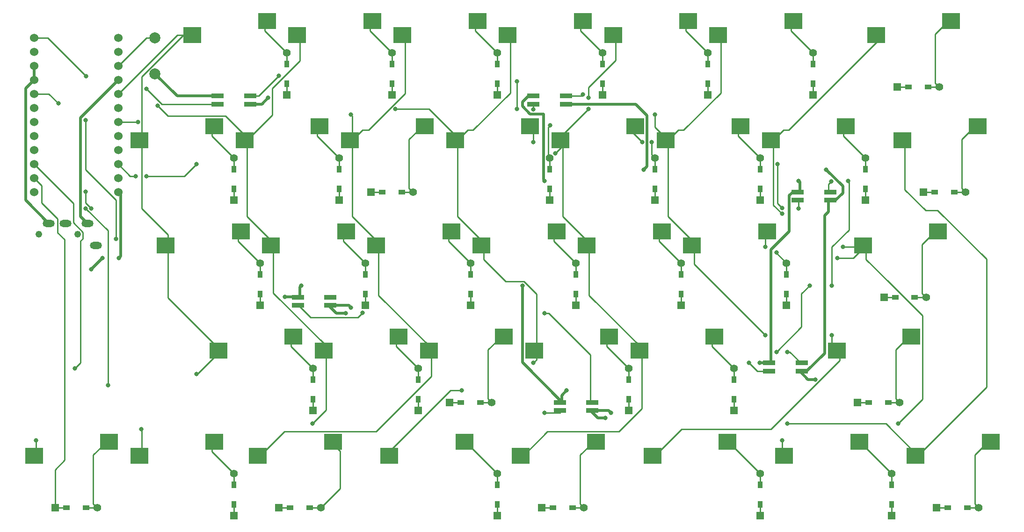
<source format=gbl>
G04 #@! TF.GenerationSoftware,KiCad,Pcbnew,7.0.7*
G04 #@! TF.CreationDate,2023-09-30T18:17:31+09:00*
G04 #@! TF.ProjectId,ind-assemble_R,696e642d-6173-4736-956d-626c655f522e,rev?*
G04 #@! TF.SameCoordinates,Original*
G04 #@! TF.FileFunction,Copper,L2,Bot*
G04 #@! TF.FilePolarity,Positive*
%FSLAX46Y46*%
G04 Gerber Fmt 4.6, Leading zero omitted, Abs format (unit mm)*
G04 Created by KiCad (PCBNEW 7.0.7) date 2023-09-30 18:17:31*
%MOMM*%
%LPD*%
G01*
G04 APERTURE LIST*
G04 #@! TA.AperFunction,ComponentPad*
%ADD10R,1.397000X1.397000*%
G04 #@! TD*
G04 #@! TA.AperFunction,SMDPad,CuDef*
%ADD11R,1.300000X0.950000*%
G04 #@! TD*
G04 #@! TA.AperFunction,ComponentPad*
%ADD12C,1.397000*%
G04 #@! TD*
G04 #@! TA.AperFunction,SMDPad,CuDef*
%ADD13R,3.300000X3.000000*%
G04 #@! TD*
G04 #@! TA.AperFunction,SMDPad,CuDef*
%ADD14R,0.950000X1.300000*%
G04 #@! TD*
G04 #@! TA.AperFunction,SMDPad,CuDef*
%ADD15R,2.200000X0.820000*%
G04 #@! TD*
G04 #@! TA.AperFunction,ComponentPad*
%ADD16C,2.000000*%
G04 #@! TD*
G04 #@! TA.AperFunction,ComponentPad*
%ADD17C,1.524000*%
G04 #@! TD*
G04 #@! TA.AperFunction,WasherPad*
%ADD18C,1.210000*%
G04 #@! TD*
G04 #@! TA.AperFunction,ComponentPad*
%ADD19O,2.200000X1.300000*%
G04 #@! TD*
G04 #@! TA.AperFunction,ViaPad*
%ADD20C,0.800000*%
G04 #@! TD*
G04 #@! TA.AperFunction,Conductor*
%ADD21C,0.250000*%
G04 #@! TD*
G04 #@! TA.AperFunction,Conductor*
%ADD22C,0.500000*%
G04 #@! TD*
G04 APERTURE END LIST*
D10*
X191452500Y-47625000D03*
D11*
X193487500Y-47625000D03*
X197037500Y-47625000D03*
D12*
X199072500Y-47625000D03*
D13*
X101943750Y-38218750D03*
X115543750Y-35678750D03*
X99547500Y-114418750D03*
X113147500Y-111878750D03*
X63858750Y-38218750D03*
X77458750Y-35678750D03*
X140058750Y-38218750D03*
X153658750Y-35678750D03*
D10*
X127158750Y-123825000D03*
D11*
X129193750Y-123825000D03*
X132743750Y-123825000D03*
D12*
X134778750Y-123825000D03*
D10*
X119062500Y-125253750D03*
D14*
X119062500Y-123218750D03*
X119062500Y-119668750D03*
D12*
X119062500Y-117633750D03*
D13*
X92403750Y-57268750D03*
X106003750Y-54728750D03*
D10*
X71437500Y-125253750D03*
D14*
X71437500Y-123218750D03*
X71437500Y-119668750D03*
D12*
X71437500Y-117633750D03*
D10*
X39052500Y-123825000D03*
D11*
X41087500Y-123825000D03*
X44637500Y-123825000D03*
D12*
X46672500Y-123825000D03*
D10*
X166687500Y-125253750D03*
D14*
X166687500Y-123218750D03*
X166687500Y-119668750D03*
D12*
X166687500Y-117633750D03*
D10*
X157162500Y-49053750D03*
D14*
X157162500Y-47018750D03*
X157162500Y-43468750D03*
D12*
X157162500Y-41433750D03*
D10*
X161925000Y-106203750D03*
D14*
X161925000Y-104168750D03*
X161925000Y-100618750D03*
D12*
X161925000Y-98583750D03*
D13*
X154316250Y-76318750D03*
X167916250Y-73778750D03*
D15*
X179381250Y-66675000D03*
X173481250Y-66675000D03*
X173481250Y-68175000D03*
X179381250Y-68175000D03*
D13*
X125741250Y-95368750D03*
X139341250Y-92828750D03*
D10*
X114300000Y-87153750D03*
D14*
X114300000Y-85118750D03*
X114300000Y-81568750D03*
D12*
X114300000Y-79533750D03*
D13*
X135266250Y-76318750D03*
X148866250Y-73778750D03*
D16*
X57150000Y-38743750D03*
X57150000Y-45243750D03*
D13*
X87641250Y-95368750D03*
X101241250Y-92828750D03*
D10*
X76200000Y-87153750D03*
D14*
X76200000Y-85118750D03*
X76200000Y-81568750D03*
D12*
X76200000Y-79533750D03*
D13*
X82893750Y-38218750D03*
X96493750Y-35678750D03*
D17*
X35245000Y-38765000D03*
X35245000Y-41305000D03*
X35245000Y-43845000D03*
X35245000Y-46385000D03*
X35245000Y-48925000D03*
X35245000Y-51465000D03*
X35245000Y-54005000D03*
X35245000Y-56545000D03*
X35245000Y-59085000D03*
X35245000Y-61625000D03*
X35245000Y-64165000D03*
X35245000Y-66705000D03*
X50485000Y-66705000D03*
X50485000Y-64165000D03*
X50485000Y-61625000D03*
X50485000Y-59085000D03*
X50485000Y-56545000D03*
X50485000Y-54005000D03*
X50485000Y-51465000D03*
X50485000Y-48925000D03*
X50485000Y-46385000D03*
X50485000Y-43845000D03*
X50485000Y-41305000D03*
X50485000Y-38765000D03*
D13*
X35253750Y-114418750D03*
X48853750Y-111878750D03*
X59066250Y-76318750D03*
X72666250Y-73778750D03*
D10*
X119062500Y-49053750D03*
D14*
X119062500Y-47018750D03*
X119062500Y-43468750D03*
D12*
X119062500Y-41433750D03*
D10*
X152400000Y-87153750D03*
D14*
X152400000Y-85118750D03*
X152400000Y-81568750D03*
D12*
X152400000Y-79533750D03*
D10*
X176212500Y-49053750D03*
D14*
X176212500Y-47018750D03*
X176212500Y-43468750D03*
D12*
X176212500Y-41433750D03*
D13*
X192416250Y-57268750D03*
X206016250Y-54728750D03*
D10*
X185737500Y-68103750D03*
D14*
X185737500Y-66068750D03*
X185737500Y-62518750D03*
D12*
X185737500Y-60483750D03*
D13*
X194797500Y-114418750D03*
X208397500Y-111878750D03*
D15*
X136300000Y-104775000D03*
X130400000Y-104775000D03*
X130400000Y-106275000D03*
X136300000Y-106275000D03*
D13*
X106691250Y-95368750D03*
X120291250Y-92828750D03*
X97166250Y-76318750D03*
X110766250Y-73778750D03*
D10*
X96202500Y-66675000D03*
D11*
X98237500Y-66675000D03*
X101787500Y-66675000D03*
D12*
X103822500Y-66675000D03*
D10*
X95250000Y-87153750D03*
D14*
X95250000Y-85118750D03*
X95250000Y-81568750D03*
D12*
X95250000Y-79533750D03*
D10*
X85725000Y-106203750D03*
D14*
X85725000Y-104168750D03*
X85725000Y-100618750D03*
D12*
X85725000Y-98583750D03*
D13*
X54303750Y-57268750D03*
X67903750Y-54728750D03*
X111453750Y-57268750D03*
X125053750Y-54728750D03*
D10*
X133350000Y-87153750D03*
D14*
X133350000Y-85118750D03*
X133350000Y-81568750D03*
D12*
X133350000Y-79533750D03*
D13*
X185322500Y-76358750D03*
X198822500Y-73818750D03*
X168603750Y-57268750D03*
X182203750Y-54728750D03*
X187703750Y-38258750D03*
X201203750Y-35718750D03*
X159093750Y-38218750D03*
X172693750Y-35678750D03*
D15*
X131537500Y-49256250D03*
X125637500Y-49256250D03*
X125637500Y-50756250D03*
X131537500Y-50756250D03*
D10*
X184308750Y-104775000D03*
D11*
X186343750Y-104775000D03*
X189893750Y-104775000D03*
D12*
X191928750Y-104775000D03*
D13*
X123360000Y-114418750D03*
X136960000Y-111878750D03*
X120993750Y-38218750D03*
X134593750Y-35678750D03*
X180560000Y-95408750D03*
X194060000Y-92868750D03*
X75735000Y-114418750D03*
X89335000Y-111878750D03*
X73353750Y-57268750D03*
X86953750Y-54728750D03*
D15*
X174181250Y-97631250D03*
X168281250Y-97631250D03*
X168281250Y-99131250D03*
X174181250Y-99131250D03*
D10*
X166687500Y-68103750D03*
D14*
X166687500Y-66068750D03*
X166687500Y-62518750D03*
D12*
X166687500Y-60483750D03*
D10*
X100012500Y-49053750D03*
D14*
X100012500Y-47018750D03*
X100012500Y-43468750D03*
D12*
X100012500Y-41433750D03*
D15*
X88893750Y-85725000D03*
X82993750Y-85725000D03*
X82993750Y-87225000D03*
X88893750Y-87225000D03*
D10*
X71437500Y-68103750D03*
D14*
X71437500Y-66068750D03*
X71437500Y-62518750D03*
D12*
X71437500Y-60483750D03*
D10*
X138112500Y-49053750D03*
D14*
X138112500Y-47018750D03*
X138112500Y-43468750D03*
D12*
X138112500Y-41433750D03*
D13*
X54303750Y-114418750D03*
X67903750Y-111878750D03*
X144791250Y-95368750D03*
X158391250Y-92828750D03*
D10*
X147637500Y-68103750D03*
D14*
X147637500Y-66068750D03*
X147637500Y-62518750D03*
D12*
X147637500Y-60483750D03*
D13*
X116216250Y-76318750D03*
X129816250Y-73778750D03*
D10*
X171450000Y-87153750D03*
D14*
X171450000Y-85118750D03*
X171450000Y-81568750D03*
D12*
X171450000Y-79533750D03*
D10*
X190500000Y-125253750D03*
D14*
X190500000Y-123218750D03*
X190500000Y-119668750D03*
D12*
X190500000Y-117633750D03*
D10*
X104775000Y-106203750D03*
D14*
X104775000Y-104168750D03*
X104775000Y-100618750D03*
D12*
X104775000Y-98583750D03*
D10*
X128587500Y-68103750D03*
D14*
X128587500Y-66068750D03*
X128587500Y-62518750D03*
D12*
X128587500Y-60483750D03*
D10*
X90487500Y-68103750D03*
D14*
X90487500Y-66068750D03*
X90487500Y-62518750D03*
D12*
X90487500Y-60483750D03*
D10*
X142875000Y-106203750D03*
D14*
X142875000Y-104168750D03*
X142875000Y-100618750D03*
D12*
X142875000Y-98583750D03*
D10*
X189071250Y-85725000D03*
D11*
X191106250Y-85725000D03*
X194656250Y-85725000D03*
D12*
X196691250Y-85725000D03*
D13*
X170985000Y-114418750D03*
X184585000Y-111878750D03*
D15*
X74387500Y-49256250D03*
X68487500Y-49256250D03*
X68487500Y-50756250D03*
X74387500Y-50756250D03*
D13*
X68591250Y-95368750D03*
X82191250Y-92828750D03*
D10*
X198596250Y-123825000D03*
D11*
X200631250Y-123825000D03*
X204181250Y-123825000D03*
D12*
X206216250Y-123825000D03*
D13*
X130503750Y-57268750D03*
X144103750Y-54728750D03*
D10*
X110490000Y-104775000D03*
D11*
X112525000Y-104775000D03*
X116075000Y-104775000D03*
D12*
X118110000Y-104775000D03*
D13*
X149553750Y-57268750D03*
X163153750Y-54728750D03*
X147172500Y-114418750D03*
X160772500Y-111878750D03*
D10*
X80962500Y-49053750D03*
D14*
X80962500Y-47018750D03*
X80962500Y-43468750D03*
D12*
X80962500Y-41433750D03*
D10*
X196215000Y-66675000D03*
D11*
X198250000Y-66675000D03*
X201800000Y-66675000D03*
D12*
X203835000Y-66675000D03*
D13*
X78116250Y-76318750D03*
X91716250Y-73778750D03*
D10*
X79533750Y-123825000D03*
D11*
X81568750Y-123825000D03*
X85118750Y-123825000D03*
D12*
X87153750Y-123825000D03*
D18*
X43125000Y-74345000D03*
X36125000Y-74345000D03*
D19*
X46425000Y-76345000D03*
X37925000Y-72345000D03*
X40925000Y-72345000D03*
X44925000Y-72345000D03*
D20*
X170625000Y-70625000D03*
X191625000Y-108625000D03*
X170625000Y-111625000D03*
X180625000Y-78625000D03*
X181625000Y-76625000D03*
X147625000Y-52625000D03*
X53625000Y-63802500D03*
X64625000Y-61625000D03*
X167625000Y-92625000D03*
X179625000Y-92625000D03*
X55625000Y-63802500D03*
X64625000Y-99625000D03*
X35625000Y-111625000D03*
X54625000Y-109625000D03*
X85625000Y-108625000D03*
X57611101Y-51007198D03*
X92625000Y-52625000D03*
X54027299Y-54027299D03*
X125625000Y-97625000D03*
X112625000Y-102625000D03*
X100637299Y-51637299D03*
X135625000Y-51625000D03*
X135625000Y-49625000D03*
X129625000Y-59625000D03*
X167625000Y-76625000D03*
X169625000Y-77625000D03*
X145354250Y-57625000D03*
X147053250Y-57625000D03*
X125625000Y-57625000D03*
X128625000Y-54625000D03*
X171625000Y-108625000D03*
X48625000Y-101625000D03*
X44612701Y-69637299D03*
X77625000Y-49625000D03*
X91625000Y-88625000D03*
X178625000Y-62625000D03*
X138625000Y-107625000D03*
X139625000Y-106625000D03*
X145625000Y-62625000D03*
X176625000Y-100625000D03*
X92625000Y-87625000D03*
X50112700Y-75137300D03*
X44625000Y-53625000D03*
X39637299Y-50637299D03*
X45625000Y-80625000D03*
X80625000Y-85625000D03*
X123625000Y-83625000D03*
X83625000Y-83625000D03*
X131625000Y-102625000D03*
X50625000Y-78625000D03*
X127625000Y-64625000D03*
X47625000Y-78625000D03*
X166625000Y-97625000D03*
X173625000Y-64625000D03*
X55625000Y-47996499D03*
X44637299Y-45656500D03*
X44625000Y-66625000D03*
X45625000Y-69625000D03*
X42625000Y-98625000D03*
X169625000Y-95625000D03*
X182625000Y-64625000D03*
X175625000Y-83625000D03*
X164625000Y-97625000D03*
X179524312Y-64725688D03*
X179625000Y-83625000D03*
X134625000Y-49005750D03*
X169778250Y-61625000D03*
X170637299Y-69612701D03*
X173625000Y-69625000D03*
X171625000Y-95625000D03*
X127625000Y-106625000D03*
X127625000Y-88625000D03*
X94725688Y-88524312D03*
X122625000Y-46625000D03*
X122625000Y-51625000D03*
X125625000Y-51711803D03*
X79590826Y-45590826D03*
D21*
X198374000Y-38048500D02*
X200703750Y-35718750D01*
X199072500Y-47625000D02*
X198374000Y-46926500D01*
X198374000Y-46926500D02*
X198374000Y-38048500D01*
X199072500Y-47625000D02*
X197037500Y-47625000D01*
X190161250Y-83161250D02*
X196035000Y-89035000D01*
X185822500Y-76358750D02*
X185822500Y-78881872D01*
X170888750Y-55433750D02*
X169053750Y-57268750D01*
X170625000Y-113608750D02*
X171435000Y-114418750D01*
X190101878Y-83161250D02*
X190161250Y-83161250D01*
X196035000Y-104215000D02*
X191625000Y-108625000D01*
X169053750Y-57268750D02*
X169053750Y-69053750D01*
X171879500Y-55433750D02*
X170888750Y-55433750D01*
X183556250Y-78625000D02*
X180625000Y-78625000D01*
X185822500Y-76358750D02*
X183556250Y-78625000D01*
X188203750Y-38258750D02*
X188203750Y-39109500D01*
X185822500Y-78881872D02*
X190101878Y-83161250D01*
X169053750Y-69053750D02*
X170625000Y-70625000D01*
X188203750Y-39109500D02*
X171879500Y-55433750D01*
X181625000Y-76625000D02*
X185556250Y-76625000D01*
X185556250Y-76625000D02*
X185822500Y-76358750D01*
X196035000Y-89035000D02*
X196035000Y-104215000D01*
X170625000Y-111625000D02*
X170625000Y-113608750D01*
X64625000Y-61625000D02*
X62447500Y-63802500D01*
X62447500Y-63802500D02*
X55625000Y-63802500D01*
X154766250Y-76318750D02*
X154766250Y-79766250D01*
X181060000Y-95408750D02*
X181060000Y-97215305D01*
X168650305Y-109625000D02*
X152416250Y-109625000D01*
X159543750Y-48719500D02*
X152829500Y-55433750D01*
X150003750Y-71116250D02*
X154766250Y-75878750D01*
X181060000Y-97215305D02*
X168650305Y-109625000D01*
X151838750Y-55433750D02*
X150003750Y-57268750D01*
X53625000Y-63802500D02*
X52662500Y-63802500D01*
X150003750Y-57268750D02*
X150003750Y-71116250D01*
X154766250Y-75878750D02*
X154766250Y-76318750D01*
X52662500Y-63802500D02*
X50485000Y-61625000D01*
X152829500Y-55433750D02*
X151838750Y-55433750D01*
X179625000Y-92625000D02*
X179625000Y-93973750D01*
X159543750Y-38218750D02*
X159543750Y-48719500D01*
X154766250Y-79766250D02*
X167625000Y-92625000D01*
X152416250Y-109625000D02*
X147622500Y-114418750D01*
X150003750Y-57268750D02*
X147625000Y-54890000D01*
X179625000Y-93973750D02*
X181060000Y-95408750D01*
X147625000Y-54890000D02*
X147625000Y-52625000D01*
X191928750Y-104775000D02*
X191230250Y-104076500D01*
X189893750Y-104775000D02*
X191928750Y-104775000D01*
X191230250Y-95198500D02*
X193560000Y-92868750D01*
X191230250Y-104076500D02*
X191230250Y-95198500D01*
X196691250Y-85725000D02*
X195992750Y-85026500D01*
X194656250Y-85725000D02*
X196691250Y-85725000D01*
X195992750Y-85026500D02*
X195992750Y-76148500D01*
X195992750Y-76148500D02*
X198322500Y-73818750D01*
X35625000Y-111625000D02*
X35625000Y-114340000D01*
X64785000Y-99625000D02*
X64625000Y-99625000D01*
X59516250Y-74430285D02*
X59516250Y-76318750D01*
X54753750Y-45766167D02*
X54753750Y-57268750D01*
X59516250Y-76318750D02*
X59516250Y-85843750D01*
X35625000Y-114340000D02*
X35703750Y-114418750D01*
X54753750Y-69667785D02*
X59516250Y-74430285D01*
X64308750Y-38218750D02*
X62301167Y-38218750D01*
X59516250Y-85843750D02*
X69041250Y-95368750D01*
X62301167Y-38218750D02*
X54753750Y-45766167D01*
X69041250Y-95368750D02*
X64785000Y-99625000D01*
X61191250Y-38218750D02*
X50485000Y-48925000D01*
X64308750Y-38218750D02*
X61191250Y-38218750D01*
X54753750Y-57268750D02*
X54753750Y-69667785D01*
X80962500Y-41433750D02*
X77008750Y-37480000D01*
X77008750Y-37480000D02*
X77008750Y-35678750D01*
X80962500Y-43468750D02*
X80962500Y-41433750D01*
X54625000Y-109625000D02*
X54753750Y-109753750D01*
X57611101Y-51007198D02*
X59497653Y-52893750D01*
X78566250Y-75878750D02*
X78566250Y-76318750D01*
X54753750Y-109753750D02*
X54753750Y-114418750D01*
X69893750Y-52893750D02*
X73803750Y-56803750D01*
X78566250Y-84957500D02*
X88091250Y-94482500D01*
X73803750Y-71116250D02*
X78566250Y-75878750D01*
X73803750Y-56803750D02*
X73803750Y-57268750D01*
X83343750Y-42862500D02*
X78350000Y-47856250D01*
X78566250Y-76318750D02*
X78566250Y-84957500D01*
X83343750Y-38218750D02*
X83343750Y-42862500D01*
X78350000Y-47856250D02*
X78350000Y-52722500D01*
X73803750Y-57268750D02*
X73803750Y-71116250D01*
X88091250Y-94482500D02*
X88091250Y-95368750D01*
X88091250Y-106158750D02*
X85625000Y-108625000D01*
X59497653Y-52893750D02*
X69893750Y-52893750D01*
X88091250Y-95368750D02*
X88091250Y-106158750D01*
X78350000Y-52722500D02*
X73803750Y-57268750D01*
X91266250Y-75550000D02*
X91266250Y-73778750D01*
X95250000Y-79533750D02*
X91266250Y-75550000D01*
X95250000Y-81568750D02*
X95250000Y-79533750D01*
X96043750Y-37465000D02*
X96043750Y-35678750D01*
X100012500Y-41433750D02*
X96043750Y-37465000D01*
X100012500Y-43468750D02*
X100012500Y-41433750D01*
X97616250Y-85403750D02*
X107141250Y-94928750D01*
X97616250Y-76318750D02*
X97616250Y-85403750D01*
X94688750Y-55433750D02*
X92853750Y-57268750D01*
X102393750Y-48856250D02*
X95816250Y-55433750D01*
X54027299Y-54027299D02*
X54005000Y-54005000D01*
X92853750Y-57268750D02*
X92853750Y-71116250D01*
X92853750Y-52853750D02*
X92625000Y-52625000D01*
X107141250Y-94928750D02*
X107141250Y-95368750D01*
X107141250Y-95368750D02*
X107141250Y-100027500D01*
X92853750Y-57268750D02*
X92853750Y-52853750D01*
X97616250Y-75878750D02*
X97616250Y-76318750D01*
X97125000Y-110043750D02*
X80560000Y-110043750D01*
X54005000Y-54005000D02*
X50485000Y-54005000D01*
X92853750Y-71116250D02*
X97616250Y-75878750D01*
X95816250Y-55433750D02*
X94688750Y-55433750D01*
X102393750Y-38218750D02*
X102393750Y-48856250D01*
X107141250Y-100027500D02*
X97125000Y-110043750D01*
X80560000Y-110043750D02*
X76185000Y-114418750D01*
X119062500Y-41433750D02*
X119062500Y-43468750D01*
X115093750Y-37465000D02*
X119062500Y-41433750D01*
X115093750Y-35678750D02*
X115093750Y-37465000D01*
X111903750Y-57268750D02*
X111903750Y-71116250D01*
X114729500Y-55433750D02*
X113738750Y-55433750D01*
X106712299Y-51637299D02*
X100637299Y-51637299D01*
X113738750Y-55433750D02*
X111903750Y-57268750D01*
X111903750Y-71116250D02*
X116666250Y-75878750D01*
X123925305Y-82900000D02*
X126191250Y-85165945D01*
X120642956Y-82900000D02*
X123925305Y-82900000D01*
X99997500Y-113220500D02*
X99997500Y-114418750D01*
X111903750Y-57268750D02*
X111903750Y-56828750D01*
X116666250Y-78923294D02*
X120642956Y-82900000D01*
X116666250Y-76318750D02*
X116666250Y-78923294D01*
X116666250Y-75878750D02*
X116666250Y-76318750D01*
X112625000Y-102625000D02*
X110593000Y-102625000D01*
X126191250Y-97058750D02*
X125625000Y-97625000D01*
X110593000Y-102625000D02*
X99997500Y-113220500D01*
X121443750Y-48719500D02*
X114729500Y-55433750D01*
X126191250Y-85165945D02*
X126191250Y-95368750D01*
X111903750Y-56828750D02*
X106712299Y-51637299D01*
X126191250Y-95368750D02*
X126191250Y-97058750D01*
X121443750Y-38218750D02*
X121443750Y-48719500D01*
X138112500Y-43468750D02*
X138112500Y-41433750D01*
X138112500Y-41433750D02*
X134143750Y-37465000D01*
X134143750Y-37465000D02*
X134143750Y-35678750D01*
X71437500Y-117633750D02*
X67453750Y-113650000D01*
X67453750Y-113650000D02*
X67453750Y-111878750D01*
X71437500Y-119668750D02*
X71437500Y-117633750D01*
X45974000Y-123126500D02*
X45974000Y-114308500D01*
X45974000Y-114308500D02*
X48403750Y-111878750D01*
X46672500Y-123825000D02*
X45974000Y-123126500D01*
X44637500Y-123825000D02*
X46672500Y-123825000D01*
X140508750Y-42847500D02*
X135625000Y-47731250D01*
X145241250Y-105884500D02*
X141082000Y-110043750D01*
X141082000Y-110043750D02*
X128185000Y-110043750D01*
X145241250Y-95368750D02*
X145241250Y-105884500D01*
X130953750Y-56296250D02*
X130953750Y-57268750D01*
X135716250Y-75878750D02*
X135716250Y-76318750D01*
X140508750Y-38218750D02*
X140508750Y-42847500D01*
X135716250Y-76318750D02*
X135716250Y-85403750D01*
X135716250Y-85403750D02*
X145241250Y-94928750D01*
X130953750Y-71116250D02*
X135716250Y-75878750D01*
X130953750Y-57268750D02*
X130953750Y-58296250D01*
X135625000Y-47731250D02*
X135625000Y-49625000D01*
X130953750Y-58296250D02*
X129625000Y-59625000D01*
X135625000Y-51625000D02*
X130953750Y-56296250D01*
X130953750Y-57268750D02*
X130953750Y-71116250D01*
X128185000Y-110043750D02*
X123810000Y-114418750D01*
X145241250Y-94928750D02*
X145241250Y-95368750D01*
X153208750Y-37480000D02*
X153208750Y-35678750D01*
X157162500Y-43468750D02*
X157162500Y-41433750D01*
X157162500Y-41433750D02*
X153208750Y-37480000D01*
X161925000Y-98583750D02*
X161925000Y-100618750D01*
X157941250Y-94600000D02*
X157941250Y-92828750D01*
X161925000Y-98583750D02*
X157941250Y-94600000D01*
X142875000Y-100618750D02*
X142875000Y-98583750D01*
X138891250Y-94600000D02*
X138891250Y-92828750D01*
X142875000Y-98583750D02*
X138891250Y-94600000D01*
X117411500Y-104076500D02*
X117411500Y-95258500D01*
X116075000Y-104775000D02*
X118110000Y-104775000D01*
X118110000Y-104775000D02*
X117411500Y-104076500D01*
X117411500Y-95258500D02*
X119841250Y-92828750D01*
X100791250Y-94600000D02*
X100791250Y-92828750D01*
X104775000Y-98583750D02*
X100791250Y-94600000D01*
X104775000Y-100618750D02*
X104775000Y-98583750D01*
X81741250Y-94600000D02*
X81741250Y-92828750D01*
X85725000Y-98583750D02*
X85725000Y-100618750D01*
X85725000Y-98583750D02*
X81741250Y-94600000D01*
X176212500Y-43468750D02*
X176212500Y-41433750D01*
X176212500Y-41433750D02*
X172243750Y-37465000D01*
X172243750Y-37465000D02*
X172243750Y-35678750D01*
X171450000Y-79533750D02*
X169625000Y-77708750D01*
X167625000Y-76625000D02*
X167625000Y-73937500D01*
X167625000Y-73937500D02*
X167466250Y-73778750D01*
X171450000Y-79533750D02*
X171450000Y-81568750D01*
X169625000Y-77708750D02*
X169625000Y-77625000D01*
X152400000Y-79533750D02*
X148416250Y-75550000D01*
X148416250Y-75550000D02*
X148416250Y-73778750D01*
X152400000Y-81568750D02*
X152400000Y-79533750D01*
X129366250Y-75550000D02*
X129366250Y-73778750D01*
X133350000Y-81568750D02*
X133350000Y-79533750D01*
X133350000Y-79533750D02*
X129366250Y-75550000D01*
X110316250Y-75550000D02*
X110316250Y-73778750D01*
X114300000Y-79533750D02*
X114300000Y-81568750D01*
X114300000Y-79533750D02*
X110316250Y-75550000D01*
X67453750Y-56500000D02*
X67453750Y-54728750D01*
X71437500Y-60483750D02*
X71437500Y-62518750D01*
X71437500Y-60483750D02*
X67453750Y-56500000D01*
X76200000Y-79533750D02*
X72216250Y-75550000D01*
X72216250Y-75550000D02*
X72216250Y-73778750D01*
X76200000Y-79533750D02*
X76200000Y-81568750D01*
X185737500Y-62518750D02*
X185737500Y-60483750D01*
X185737500Y-60483750D02*
X181753750Y-56500000D01*
X181753750Y-56500000D02*
X181753750Y-54728750D01*
X166687500Y-62518750D02*
X166687500Y-60483750D01*
X162703750Y-56500000D02*
X162703750Y-54728750D01*
X166687500Y-60483750D02*
X162703750Y-56500000D01*
X143653750Y-55924500D02*
X143653750Y-54728750D01*
X147053250Y-59899500D02*
X147053250Y-57625000D01*
X147637500Y-60483750D02*
X147637500Y-62518750D01*
X145354250Y-57625000D02*
X143653750Y-55924500D01*
X147637500Y-60483750D02*
X147053250Y-59899500D01*
X128346154Y-54903846D02*
X128625000Y-54625000D01*
X128587500Y-62518750D02*
X128587500Y-60483750D01*
X125625000Y-57625000D02*
X125625000Y-55750000D01*
X128587500Y-60483750D02*
X128346154Y-60242404D01*
X125625000Y-55750000D02*
X124603750Y-54728750D01*
X128346154Y-60242404D02*
X128346154Y-54903846D01*
X103124000Y-65976500D02*
X103124000Y-57158500D01*
X103822500Y-66675000D02*
X101787500Y-66675000D01*
X103822500Y-66675000D02*
X103124000Y-65976500D01*
X103124000Y-57158500D02*
X105553750Y-54728750D01*
X90487500Y-62518750D02*
X90487500Y-60483750D01*
X90487500Y-60483750D02*
X86503750Y-56500000D01*
X86503750Y-56500000D02*
X86503750Y-54728750D01*
X203835000Y-66675000D02*
X201800000Y-66675000D01*
X203835000Y-66675000D02*
X203136500Y-65976500D01*
X203136500Y-57158500D02*
X205566250Y-54728750D01*
X203136500Y-65976500D02*
X203136500Y-57158500D01*
X48625000Y-101625000D02*
X48625000Y-73649598D01*
X189453750Y-108625000D02*
X171625000Y-108625000D01*
X192866250Y-57268750D02*
X192866250Y-66235000D01*
X48625000Y-73649598D02*
X44612701Y-69637299D01*
X207625000Y-78821250D02*
X207625000Y-102041250D01*
X196630000Y-69998750D02*
X198802500Y-69998750D01*
X192866250Y-66235000D02*
X196630000Y-69998750D01*
X207625000Y-102041250D02*
X195247500Y-114418750D01*
X198802500Y-69998750D02*
X207625000Y-78821250D01*
X195247500Y-114418750D02*
X189453750Y-108625000D01*
X166687500Y-117633750D02*
X160932500Y-111878750D01*
X160932500Y-111878750D02*
X160322500Y-111878750D01*
X166687500Y-117633750D02*
X166687500Y-119668750D01*
X190500000Y-117633750D02*
X184745000Y-111878750D01*
X190500000Y-119668750D02*
X190500000Y-117633750D01*
X184745000Y-111878750D02*
X184135000Y-111878750D01*
X204181250Y-123825000D02*
X206216250Y-123825000D01*
X205517750Y-123126500D02*
X205517750Y-114308500D01*
X205517750Y-114308500D02*
X207947500Y-111878750D01*
X206216250Y-123825000D02*
X205517750Y-123126500D01*
X85118750Y-123825000D02*
X87153750Y-123825000D01*
X87153750Y-123825000D02*
X90625000Y-120353750D01*
X90625000Y-113618750D02*
X88885000Y-111878750D01*
X90625000Y-120353750D02*
X90625000Y-113618750D01*
X113307500Y-111878750D02*
X112697500Y-111878750D01*
X119062500Y-119668750D02*
X119062500Y-117633750D01*
X119062500Y-117633750D02*
X113307500Y-111878750D01*
X134080250Y-114308500D02*
X136510000Y-111878750D01*
X134080250Y-123126500D02*
X134080250Y-114308500D01*
X134778750Y-123825000D02*
X134080250Y-123126500D01*
X132743750Y-123825000D02*
X134778750Y-123825000D01*
D22*
X138625000Y-107625000D02*
X137300000Y-107625000D01*
X43655000Y-71075000D02*
X43655000Y-53215000D01*
X144181250Y-50756250D02*
X131187500Y-50756250D01*
X179031250Y-68175000D02*
X180291250Y-68175000D01*
X146203750Y-62046250D02*
X146203750Y-52778750D01*
X137300000Y-107625000D02*
X135950000Y-106275000D01*
X89943750Y-88625000D02*
X88543750Y-87225000D01*
X175325000Y-100625000D02*
X173831250Y-99131250D01*
X43655000Y-53215000D02*
X50485000Y-46385000D01*
X179031250Y-70218750D02*
X179031250Y-68175000D01*
X180291250Y-68175000D02*
X181625000Y-66841250D01*
X145625000Y-62625000D02*
X146203750Y-62046250D01*
X139275000Y-106275000D02*
X139625000Y-106625000D01*
X181625000Y-66841250D02*
X181625000Y-65625000D01*
X44925000Y-72345000D02*
X43655000Y-71075000D01*
X173831250Y-99131250D02*
X175091250Y-99131250D01*
X175091250Y-99131250D02*
X178322500Y-95900000D01*
X176625000Y-100625000D02*
X175325000Y-100625000D01*
X76493750Y-50756250D02*
X74037500Y-50756250D01*
X146203750Y-52778750D02*
X144181250Y-50756250D01*
X91625000Y-88625000D02*
X89943750Y-88625000D01*
X135950000Y-106275000D02*
X139275000Y-106275000D01*
X181625000Y-65625000D02*
X178625000Y-62625000D01*
X77625000Y-49625000D02*
X76493750Y-50756250D01*
X92225000Y-87225000D02*
X92625000Y-87625000D01*
X88543750Y-87225000D02*
X92225000Y-87225000D01*
X178322500Y-70927500D02*
X179031250Y-70218750D01*
X178322500Y-95900000D02*
X178322500Y-70927500D01*
D21*
X39637299Y-50637299D02*
X37925000Y-48925000D01*
X44625000Y-62625000D02*
X44625000Y-53625000D01*
X37925000Y-48925000D02*
X35245000Y-48925000D01*
X50112700Y-68112700D02*
X44625000Y-62625000D01*
X50112700Y-75137300D02*
X50112700Y-68112700D01*
D22*
X50625000Y-78625000D02*
X50962700Y-78287300D01*
X45625000Y-80625000D02*
X47625000Y-78625000D01*
X50962700Y-78287300D02*
X50962700Y-67182700D01*
X83243750Y-85625000D02*
X83343750Y-85725000D01*
X80625000Y-85625000D02*
X83243750Y-85625000D01*
X130750000Y-104775000D02*
X130750000Y-103500000D01*
X83343750Y-85725000D02*
X83343750Y-83906250D01*
X35245000Y-46385000D02*
X33755000Y-47875000D01*
X171931250Y-67315000D02*
X172571250Y-66675000D01*
X171931250Y-73813750D02*
X171931250Y-67315000D01*
X123625000Y-51153750D02*
X123625000Y-50358750D01*
X50962700Y-67182700D02*
X50485000Y-66705000D01*
X172571250Y-66675000D02*
X173831250Y-66675000D01*
X125032553Y-52561303D02*
X123625000Y-51153750D01*
X168625000Y-97625000D02*
X168631250Y-97631250D01*
X83343750Y-83906250D02*
X83625000Y-83625000D01*
X123625000Y-97549758D02*
X130750000Y-104674758D01*
X127439000Y-64439000D02*
X127439000Y-52561303D01*
X124727500Y-49256250D02*
X125987500Y-49256250D01*
X173831250Y-66675000D02*
X173831250Y-64831250D01*
X127625000Y-64625000D02*
X127439000Y-64439000D01*
X123625000Y-83625000D02*
X123625000Y-97549758D01*
X127439000Y-52561303D02*
X125032553Y-52561303D01*
X168631250Y-97631250D02*
X168631250Y-77113750D01*
X130750000Y-103500000D02*
X131625000Y-102625000D01*
X173831250Y-64831250D02*
X173625000Y-64625000D01*
X123625000Y-50358750D02*
X124727500Y-49256250D01*
X35245000Y-43845000D02*
X35245000Y-46385000D01*
X33755000Y-68175000D02*
X37925000Y-72345000D01*
X33755000Y-47875000D02*
X33755000Y-68175000D01*
X61162500Y-49256250D02*
X68837500Y-49256250D01*
X130750000Y-104674758D02*
X130750000Y-104775000D01*
X57150000Y-45243750D02*
X61162500Y-49256250D01*
X168631250Y-77113750D02*
X171931250Y-73813750D01*
X166625000Y-97625000D02*
X168625000Y-97625000D01*
D21*
X57150000Y-38743750D02*
X55586250Y-38743750D01*
X55586250Y-38743750D02*
X50485000Y-43845000D01*
X58384751Y-50756250D02*
X55625000Y-47996499D01*
X68837500Y-50756250D02*
X58384751Y-50756250D01*
X37745799Y-38765000D02*
X35245000Y-38765000D01*
X44637299Y-45656500D02*
X37745799Y-38765000D01*
X100012500Y-47018750D02*
X100012500Y-49053750D01*
X193487500Y-47625000D02*
X191452500Y-47625000D01*
X157162500Y-47018750D02*
X157162500Y-49053750D01*
X176212500Y-47018750D02*
X176212500Y-49053750D01*
X119062500Y-47018750D02*
X119062500Y-49053750D01*
X138112500Y-47018750D02*
X138112500Y-49053750D01*
X80962500Y-47018750D02*
X80962500Y-49053750D01*
X185737500Y-68103750D02*
X185737500Y-66068750D01*
X128587500Y-66068750D02*
X128587500Y-68103750D01*
X166687500Y-66068750D02*
X166687500Y-68103750D01*
X90487500Y-66068750D02*
X90487500Y-68103750D01*
X147637500Y-66068750D02*
X147637500Y-68103750D01*
X98237500Y-66675000D02*
X96202500Y-66675000D01*
X71437500Y-66068750D02*
X71437500Y-68103750D01*
X198250000Y-66675000D02*
X196215000Y-66675000D01*
X191106250Y-85725000D02*
X189071250Y-85725000D01*
X114300000Y-85118750D02*
X114300000Y-87153750D01*
X133350000Y-85118750D02*
X133350000Y-87153750D01*
X76200000Y-85118750D02*
X76200000Y-87153750D01*
X95250000Y-85118750D02*
X95250000Y-87153750D01*
X171450000Y-85118750D02*
X171450000Y-87153750D01*
X44625000Y-68625000D02*
X44625000Y-66625000D01*
X152400000Y-85118750D02*
X152400000Y-87153750D01*
X45625000Y-69625000D02*
X44625000Y-68625000D01*
X184308750Y-104775000D02*
X186343750Y-104775000D01*
X142875000Y-104168750D02*
X142875000Y-106203750D01*
X44100000Y-75068858D02*
X44100000Y-73941142D01*
X110490000Y-104775000D02*
X112525000Y-104775000D01*
X43625000Y-97625000D02*
X43625000Y-75543858D01*
X104775000Y-106203750D02*
X104775000Y-104168750D01*
X42350000Y-68730000D02*
X35245000Y-61625000D01*
X44100000Y-73941142D02*
X42350000Y-72191142D01*
X161925000Y-104168750D02*
X161925000Y-106203750D01*
X85725000Y-104168750D02*
X85725000Y-106203750D01*
X43625000Y-75543858D02*
X44100000Y-75068858D01*
X42350000Y-72191142D02*
X42350000Y-68730000D01*
X42625000Y-98625000D02*
X43625000Y-97625000D01*
X36625000Y-65545000D02*
X35245000Y-64165000D01*
X40768750Y-115235400D02*
X40768750Y-75287608D01*
X81568750Y-123825000D02*
X79533750Y-123825000D01*
X36625000Y-68650305D02*
X36625000Y-65545000D01*
X40768750Y-75287608D02*
X39500000Y-74018858D01*
X39052500Y-116951650D02*
X40768750Y-115235400D01*
X71437500Y-123218750D02*
X71437500Y-125253750D01*
X39500000Y-74018858D02*
X39500000Y-71525305D01*
X39052500Y-123825000D02*
X39052500Y-116951650D01*
X39500000Y-71525305D02*
X36625000Y-68650305D01*
X200631250Y-123825000D02*
X198596250Y-123825000D01*
X39052500Y-123825000D02*
X41087500Y-123825000D01*
X166687500Y-123218750D02*
X166687500Y-125253750D01*
X119062500Y-123218750D02*
X119062500Y-125253750D01*
X127158750Y-123825000D02*
X129193750Y-123825000D01*
X190500000Y-123218750D02*
X190500000Y-125253750D01*
X175625000Y-83625000D02*
X174160000Y-85090000D01*
X174160000Y-91090000D02*
X169625000Y-95625000D01*
X179031250Y-66675000D02*
X179031250Y-65218750D01*
X182625000Y-64625000D02*
X182722500Y-64722500D01*
X164625000Y-97625000D02*
X166131250Y-99131250D01*
X179625000Y-76625000D02*
X179625000Y-83625000D01*
X182722500Y-73527500D02*
X179625000Y-76625000D01*
X182722500Y-64722500D02*
X182722500Y-73527500D01*
X166131250Y-99131250D02*
X168631250Y-99131250D01*
X174160000Y-85090000D02*
X174160000Y-91090000D01*
X179031250Y-65218750D02*
X179524312Y-64725688D01*
X169778250Y-68753652D02*
X170637299Y-69612701D01*
X169778250Y-61625000D02*
X169778250Y-68753652D01*
X173625000Y-68381250D02*
X173831250Y-68175000D01*
X134374500Y-49256250D02*
X134625000Y-49005750D01*
X131187500Y-49256250D02*
X134374500Y-49256250D01*
X173625000Y-69625000D02*
X173625000Y-68381250D01*
X172001777Y-95625000D02*
X171625000Y-95625000D01*
X130400000Y-106625000D02*
X130750000Y-106275000D01*
X127625000Y-106625000D02*
X130400000Y-106625000D01*
X173831250Y-97631250D02*
X173831250Y-97454473D01*
X173831250Y-97454473D02*
X172001777Y-95625000D01*
X83343750Y-87401777D02*
X83343750Y-87225000D01*
X94725688Y-88524312D02*
X93900000Y-89350000D01*
X135950000Y-104775000D02*
X135950000Y-96141650D01*
X85291973Y-89350000D02*
X83343750Y-87401777D01*
X135950000Y-96141650D02*
X128433350Y-88625000D01*
X93900000Y-89350000D02*
X85291973Y-89350000D01*
X128433350Y-88625000D02*
X127625000Y-88625000D01*
X122625000Y-46625000D02*
X122625000Y-51625000D01*
X74037500Y-49256250D02*
X75925402Y-49256250D01*
X125625000Y-51711803D02*
X125625000Y-51118750D01*
X125625000Y-51118750D02*
X125987500Y-50756250D01*
X75925402Y-49256250D02*
X79590826Y-45590826D01*
M02*

</source>
